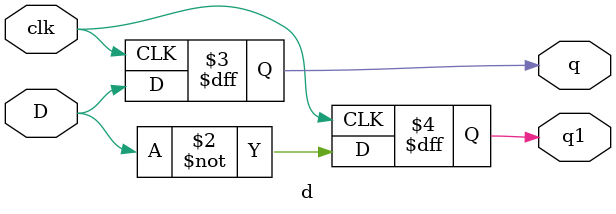
<source format=v>
module d(D,clk,q,q1);
input D; // Data input 
input clk; // clock input 
output reg q; // output Q 
output reg q1; // output Q 
always @(posedge clk) 
	begin
	q <= D; 
	q1 <= ~D;
	end 
endmodule 
</source>
